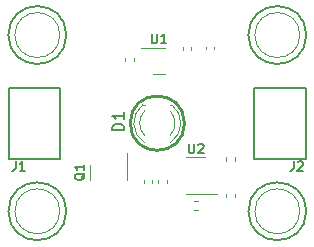
<source format=gto>
%TF.GenerationSoftware,KiCad,Pcbnew,7.0.2-6a45011f42~172~ubuntu22.04.1*%
%TF.CreationDate,2023-09-16T19:19:39-07:00*%
%TF.ProjectId,i_control_led,695f636f-6e74-4726-9f6c-5f6c65642e6b,rev?*%
%TF.SameCoordinates,Original*%
%TF.FileFunction,Legend,Top*%
%TF.FilePolarity,Positive*%
%FSLAX46Y46*%
G04 Gerber Fmt 4.6, Leading zero omitted, Abs format (unit mm)*
G04 Created by KiCad (PCBNEW 7.0.2-6a45011f42~172~ubuntu22.04.1) date 2023-09-16 19:19:39*
%MOMM*%
%LPD*%
G01*
G04 APERTURE LIST*
%ADD10C,0.250000*%
%ADD11C,0.150000*%
%ADD12C,0.160000*%
%ADD13C,0.050000*%
%ADD14C,0.120000*%
G04 APERTURE END LIST*
D10*
X65000000Y-60000000D02*
G75*
G03*
X65000000Y-60000000I-2300000J0D01*
G01*
D11*
%TO.C,D1*%
X59892619Y-60608094D02*
X58892619Y-60608094D01*
X58892619Y-60608094D02*
X58892619Y-60369999D01*
X58892619Y-60369999D02*
X58940238Y-60227142D01*
X58940238Y-60227142D02*
X59035476Y-60131904D01*
X59035476Y-60131904D02*
X59130714Y-60084285D01*
X59130714Y-60084285D02*
X59321190Y-60036666D01*
X59321190Y-60036666D02*
X59464047Y-60036666D01*
X59464047Y-60036666D02*
X59654523Y-60084285D01*
X59654523Y-60084285D02*
X59749761Y-60131904D01*
X59749761Y-60131904D02*
X59845000Y-60227142D01*
X59845000Y-60227142D02*
X59892619Y-60369999D01*
X59892619Y-60369999D02*
X59892619Y-60608094D01*
X59892619Y-59084285D02*
X59892619Y-59655713D01*
X59892619Y-59369999D02*
X58892619Y-59369999D01*
X58892619Y-59369999D02*
X59035476Y-59465237D01*
X59035476Y-59465237D02*
X59130714Y-59560475D01*
X59130714Y-59560475D02*
X59178333Y-59655713D01*
D12*
%TO.C,J1*%
X50713333Y-63210095D02*
X50713333Y-63781523D01*
X50713333Y-63781523D02*
X50675238Y-63895809D01*
X50675238Y-63895809D02*
X50599047Y-63972000D01*
X50599047Y-63972000D02*
X50484762Y-64010095D01*
X50484762Y-64010095D02*
X50408571Y-64010095D01*
X51513333Y-64010095D02*
X51056190Y-64010095D01*
X51284762Y-64010095D02*
X51284762Y-63210095D01*
X51284762Y-63210095D02*
X51208571Y-63324380D01*
X51208571Y-63324380D02*
X51132381Y-63400571D01*
X51132381Y-63400571D02*
X51056190Y-63438666D01*
%TO.C,J2*%
X74253333Y-63210095D02*
X74253333Y-63781523D01*
X74253333Y-63781523D02*
X74215238Y-63895809D01*
X74215238Y-63895809D02*
X74139047Y-63972000D01*
X74139047Y-63972000D02*
X74024762Y-64010095D01*
X74024762Y-64010095D02*
X73948571Y-64010095D01*
X74596190Y-63286285D02*
X74634286Y-63248190D01*
X74634286Y-63248190D02*
X74710476Y-63210095D01*
X74710476Y-63210095D02*
X74900952Y-63210095D01*
X74900952Y-63210095D02*
X74977143Y-63248190D01*
X74977143Y-63248190D02*
X75015238Y-63286285D01*
X75015238Y-63286285D02*
X75053333Y-63362476D01*
X75053333Y-63362476D02*
X75053333Y-63438666D01*
X75053333Y-63438666D02*
X75015238Y-63552952D01*
X75015238Y-63552952D02*
X74558095Y-64010095D01*
X74558095Y-64010095D02*
X75053333Y-64010095D01*
%TO.C,U2*%
X65365476Y-61745095D02*
X65365476Y-62392714D01*
X65365476Y-62392714D02*
X65403571Y-62468904D01*
X65403571Y-62468904D02*
X65441666Y-62507000D01*
X65441666Y-62507000D02*
X65517857Y-62545095D01*
X65517857Y-62545095D02*
X65670238Y-62545095D01*
X65670238Y-62545095D02*
X65746428Y-62507000D01*
X65746428Y-62507000D02*
X65784523Y-62468904D01*
X65784523Y-62468904D02*
X65822619Y-62392714D01*
X65822619Y-62392714D02*
X65822619Y-61745095D01*
X66165475Y-61821285D02*
X66203571Y-61783190D01*
X66203571Y-61783190D02*
X66279761Y-61745095D01*
X66279761Y-61745095D02*
X66470237Y-61745095D01*
X66470237Y-61745095D02*
X66546428Y-61783190D01*
X66546428Y-61783190D02*
X66584523Y-61821285D01*
X66584523Y-61821285D02*
X66622618Y-61897476D01*
X66622618Y-61897476D02*
X66622618Y-61973666D01*
X66622618Y-61973666D02*
X66584523Y-62087952D01*
X66584523Y-62087952D02*
X66127380Y-62545095D01*
X66127380Y-62545095D02*
X66622618Y-62545095D01*
%TO.C,U1*%
X62215476Y-52410095D02*
X62215476Y-53057714D01*
X62215476Y-53057714D02*
X62253571Y-53133904D01*
X62253571Y-53133904D02*
X62291666Y-53172000D01*
X62291666Y-53172000D02*
X62367857Y-53210095D01*
X62367857Y-53210095D02*
X62520238Y-53210095D01*
X62520238Y-53210095D02*
X62596428Y-53172000D01*
X62596428Y-53172000D02*
X62634523Y-53133904D01*
X62634523Y-53133904D02*
X62672619Y-53057714D01*
X62672619Y-53057714D02*
X62672619Y-52410095D01*
X63472618Y-53210095D02*
X63015475Y-53210095D01*
X63244047Y-53210095D02*
X63244047Y-52410095D01*
X63244047Y-52410095D02*
X63167856Y-52524380D01*
X63167856Y-52524380D02*
X63091666Y-52600571D01*
X63091666Y-52600571D02*
X63015475Y-52638666D01*
%TO.C,Q1*%
X56571285Y-64226190D02*
X56533190Y-64302380D01*
X56533190Y-64302380D02*
X56457000Y-64378571D01*
X56457000Y-64378571D02*
X56342714Y-64492857D01*
X56342714Y-64492857D02*
X56304619Y-64569047D01*
X56304619Y-64569047D02*
X56304619Y-64645238D01*
X56495095Y-64607142D02*
X56457000Y-64683333D01*
X56457000Y-64683333D02*
X56380809Y-64759523D01*
X56380809Y-64759523D02*
X56228428Y-64797619D01*
X56228428Y-64797619D02*
X55961761Y-64797619D01*
X55961761Y-64797619D02*
X55809380Y-64759523D01*
X55809380Y-64759523D02*
X55733190Y-64683333D01*
X55733190Y-64683333D02*
X55695095Y-64607142D01*
X55695095Y-64607142D02*
X55695095Y-64454761D01*
X55695095Y-64454761D02*
X55733190Y-64378571D01*
X55733190Y-64378571D02*
X55809380Y-64302380D01*
X55809380Y-64302380D02*
X55961761Y-64264285D01*
X55961761Y-64264285D02*
X56228428Y-64264285D01*
X56228428Y-64264285D02*
X56380809Y-64302380D01*
X56380809Y-64302380D02*
X56457000Y-64378571D01*
X56457000Y-64378571D02*
X56495095Y-64454761D01*
X56495095Y-64454761D02*
X56495095Y-64607142D01*
X56495095Y-63502381D02*
X56495095Y-63959524D01*
X56495095Y-63730952D02*
X55695095Y-63730952D01*
X55695095Y-63730952D02*
X55809380Y-63807143D01*
X55809380Y-63807143D02*
X55885571Y-63883333D01*
X55885571Y-63883333D02*
X55923666Y-63959524D01*
D13*
%TO.C,M1*%
X54440000Y-52540000D02*
G75*
G03*
X54440000Y-52540000I-1900000J0D01*
G01*
D11*
X54990000Y-52540000D02*
G75*
G03*
X54990000Y-52540000I-2450000J0D01*
G01*
D13*
%TO.C,M2*%
X74760000Y-52540000D02*
G75*
G03*
X74760000Y-52540000I-1900000J0D01*
G01*
D11*
X75310000Y-52540000D02*
G75*
G03*
X75310000Y-52540000I-2450000J0D01*
G01*
D13*
%TO.C,M3*%
X74760000Y-67460000D02*
G75*
G03*
X74760000Y-67460000I-1900000J0D01*
G01*
D11*
X75310000Y-67460000D02*
G75*
G03*
X75310000Y-67460000I-2450000J0D01*
G01*
D13*
%TO.C,M4*%
X54440000Y-67460000D02*
G75*
G03*
X54440000Y-67460000I-1900000J0D01*
G01*
D11*
X54990000Y-67460000D02*
G75*
G03*
X54990000Y-67460000I-2450000J0D01*
G01*
D14*
%TO.C,D1*%
X63936000Y-58440000D02*
X63780000Y-58440000D01*
X61620000Y-58440000D02*
X61464000Y-58440000D01*
X63778608Y-61672334D02*
G75*
G03*
X63935515Y-58440001I-1078608J1672334D01*
G01*
X63779836Y-61041129D02*
G75*
G03*
X63779999Y-58959040I-1079836J1041129D01*
G01*
X61620001Y-58959040D02*
G75*
G03*
X61620164Y-61041129I1079999J-1040960D01*
G01*
X61464485Y-58440001D02*
G75*
G03*
X61621392Y-61672334I1235515J-1559999D01*
G01*
D11*
%TO.C,J1*%
X54475000Y-63000000D02*
X50125000Y-63000000D01*
X50125000Y-60000000D02*
X50125000Y-63000000D01*
X50125000Y-57000000D02*
X50125000Y-60000000D01*
X50125000Y-57000000D02*
X54475000Y-57000000D01*
X54475000Y-57000000D02*
X54475000Y-63000000D01*
%TO.C,J2*%
X70925000Y-57000000D02*
X75275000Y-57000000D01*
X75275000Y-60000000D02*
X75275000Y-57000000D01*
X75275000Y-63000000D02*
X75275000Y-60000000D01*
X75275000Y-63000000D02*
X70925000Y-63000000D01*
X70925000Y-63000000D02*
X70925000Y-57000000D01*
D14*
%TO.C,R1*%
X69250000Y-62896359D02*
X69250000Y-63203641D01*
X68490000Y-62896359D02*
X68490000Y-63203641D01*
%TO.C,U2*%
X65962500Y-65985000D02*
X67762500Y-65985000D01*
X65962500Y-65985000D02*
X65162500Y-65985000D01*
X65962500Y-62865000D02*
X66762500Y-62865000D01*
X65962500Y-62865000D02*
X65162500Y-62865000D01*
%TO.C,C4*%
X62790000Y-65057836D02*
X62790000Y-64842164D01*
X63510000Y-65057836D02*
X63510000Y-64842164D01*
%TO.C,U1*%
X61325000Y-53620000D02*
X63325000Y-53620000D01*
X63325000Y-55860000D02*
X62325000Y-55860000D01*
%TO.C,C3*%
X66780000Y-53757836D02*
X66780000Y-53542164D01*
X67500000Y-53757836D02*
X67500000Y-53542164D01*
%TO.C,R3*%
X68500000Y-66273641D02*
X68500000Y-65966359D01*
X69260000Y-66273641D02*
X69260000Y-65966359D01*
%TO.C,R2*%
X65811359Y-66595000D02*
X66118641Y-66595000D01*
X65811359Y-67355000D02*
X66118641Y-67355000D01*
%TO.C,C1*%
X65560000Y-53557164D02*
X65560000Y-53772836D01*
X64840000Y-53557164D02*
X64840000Y-53772836D01*
%TO.C,C5*%
X61565000Y-65062836D02*
X61565000Y-64847164D01*
X62285000Y-65062836D02*
X62285000Y-64847164D01*
%TO.C,Q1*%
X60110000Y-64162500D02*
X60110000Y-62487500D01*
X60110000Y-64162500D02*
X60110000Y-64812500D01*
X56990000Y-64162500D02*
X56990000Y-63512500D01*
X56990000Y-64162500D02*
X56990000Y-64812500D01*
%TO.C,C2*%
X59970000Y-54737836D02*
X59970000Y-54522164D01*
X60690000Y-54737836D02*
X60690000Y-54522164D01*
%TD*%
M02*

</source>
